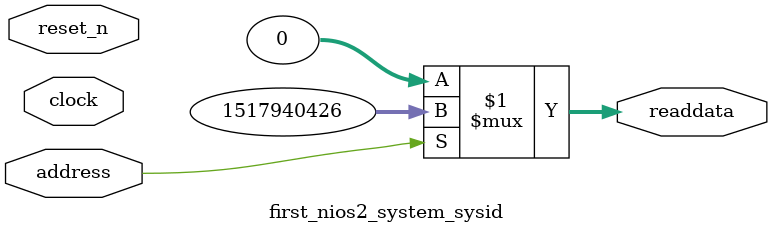
<source format=v>

`timescale 1ns / 1ps
// synthesis translate_on

// turn off superfluous verilog processor warnings 
// altera message_level Level1 
// altera message_off 10034 10035 10036 10037 10230 10240 10030 

module first_nios2_system_sysid (
               // inputs:
                address,
                clock,
                reset_n,

               // outputs:
                readdata
             )
;

  output  [ 31: 0] readdata;
  input            address;
  input            clock;
  input            reset_n;

  wire    [ 31: 0] readdata;
  //control_slave, which is an e_avalon_slave
  assign readdata = address ? 1517940426 : 0;

endmodule




</source>
